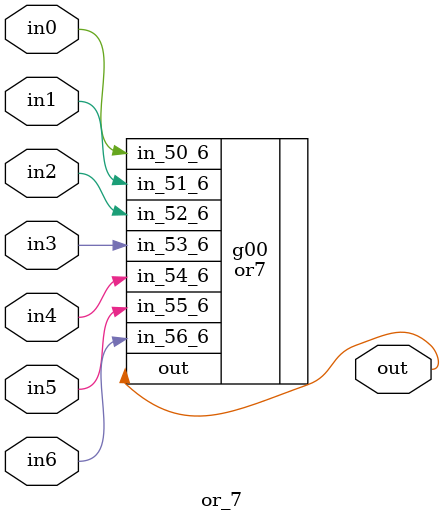
<source format=v>
module or_7 (
    in0, in1, in2, in3, in4, in5, in6, out
);

    input in0, in1, in2, in3, in4, in5, in6;
    output out;

    or7 g00 (.in_50_6(in0), .in_51_6(in1), .in_52_6(in2), .in_53_6(in3), .in_54_6(in4), .in_55_6(in5), .in_56_6(in6), .out(out));

endmodule

</source>
